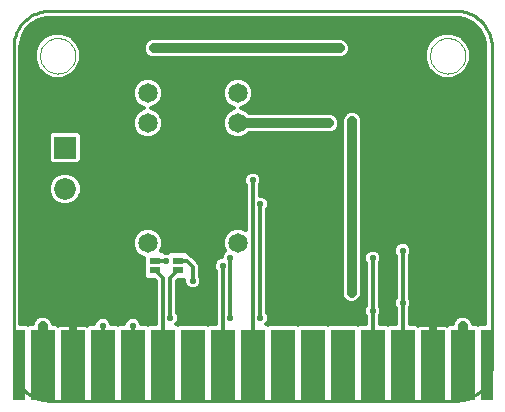
<source format=gbl>
G75*
G70*
%OFA0B0*%
%FSLAX24Y24*%
%IPPOS*%
%LPD*%
%AMOC8*
5,1,8,0,0,1.08239X$1,22.5*
%
%ADD10R,0.0728X0.0728*%
%ADD11C,0.0728*%
%ADD12C,0.0650*%
%ADD13C,0.0100*%
%ADD14R,0.0787X0.2362*%
%ADD15R,0.0394X0.2362*%
%ADD16C,0.0000*%
%ADD17R,0.0350X0.0240*%
%ADD18C,0.0120*%
%ADD19C,0.0220*%
%ADD20C,0.0320*%
D10*
X001910Y008599D03*
D11*
X001910Y007221D03*
D12*
X004660Y005410D03*
X007660Y005410D03*
X007660Y009410D03*
X007660Y010410D03*
X004660Y010410D03*
X004660Y009410D03*
D13*
X001388Y000164D02*
X014932Y000164D01*
X014999Y000166D01*
X015066Y000172D01*
X015133Y000181D01*
X015199Y000194D01*
X015264Y000211D01*
X015328Y000231D01*
X015391Y000255D01*
X015453Y000283D01*
X015512Y000314D01*
X015570Y000348D01*
X015626Y000385D01*
X015680Y000426D01*
X015732Y000469D01*
X015781Y000515D01*
X015827Y000564D01*
X015870Y000616D01*
X015911Y000670D01*
X015948Y000726D01*
X015982Y000784D01*
X016013Y000843D01*
X016041Y000905D01*
X016065Y000968D01*
X016085Y001032D01*
X016102Y001097D01*
X016115Y001163D01*
X016124Y001230D01*
X016130Y001297D01*
X016132Y001364D01*
X016132Y011956D01*
X016130Y012023D01*
X016124Y012090D01*
X016115Y012157D01*
X016102Y012223D01*
X016085Y012288D01*
X016065Y012352D01*
X016041Y012415D01*
X016013Y012477D01*
X015982Y012536D01*
X015948Y012594D01*
X015911Y012650D01*
X015870Y012704D01*
X015827Y012756D01*
X015781Y012805D01*
X015732Y012851D01*
X015680Y012894D01*
X015626Y012935D01*
X015570Y012972D01*
X015512Y013006D01*
X015453Y013037D01*
X015391Y013065D01*
X015328Y013089D01*
X015264Y013109D01*
X015199Y013126D01*
X015133Y013139D01*
X015066Y013148D01*
X014999Y013154D01*
X014932Y013156D01*
X001388Y013156D01*
X001321Y013154D01*
X001254Y013148D01*
X001187Y013139D01*
X001121Y013126D01*
X001056Y013109D01*
X000992Y013089D01*
X000929Y013065D01*
X000867Y013037D01*
X000808Y013006D01*
X000750Y012972D01*
X000694Y012935D01*
X000640Y012894D01*
X000588Y012851D01*
X000539Y012805D01*
X000493Y012756D01*
X000450Y012704D01*
X000409Y012650D01*
X000372Y012594D01*
X000338Y012536D01*
X000307Y012477D01*
X000279Y012415D01*
X000255Y012352D01*
X000235Y012288D01*
X000218Y012223D01*
X000205Y012157D01*
X000196Y012090D01*
X000190Y012023D01*
X000188Y011956D01*
X000188Y001364D01*
X000190Y001297D01*
X000196Y001230D01*
X000205Y001163D01*
X000218Y001097D01*
X000235Y001032D01*
X000255Y000968D01*
X000279Y000905D01*
X000307Y000843D01*
X000338Y000784D01*
X000372Y000726D01*
X000409Y000670D01*
X000450Y000616D01*
X000493Y000564D01*
X000539Y000515D01*
X000588Y000469D01*
X000640Y000426D01*
X000694Y000385D01*
X000750Y000348D01*
X000808Y000314D01*
X000867Y000283D01*
X000929Y000255D01*
X000992Y000231D01*
X001056Y000211D01*
X001121Y000194D01*
X001187Y000181D01*
X001254Y000172D01*
X001321Y000166D01*
X001388Y000164D01*
D14*
X001160Y001348D03*
X002160Y001348D03*
X003160Y001348D03*
X004160Y001348D03*
X005160Y001348D03*
X006160Y001348D03*
X007160Y001348D03*
X008160Y001348D03*
X009160Y001348D03*
X010160Y001348D03*
X011160Y001348D03*
X012160Y001348D03*
X013160Y001348D03*
X014160Y001348D03*
X015160Y001348D03*
D15*
X015955Y001348D03*
X000365Y001348D03*
D16*
X001069Y011660D02*
X001071Y011708D01*
X001077Y011756D01*
X001087Y011803D01*
X001100Y011849D01*
X001118Y011894D01*
X001138Y011938D01*
X001163Y011980D01*
X001191Y012019D01*
X001221Y012056D01*
X001255Y012090D01*
X001292Y012122D01*
X001330Y012151D01*
X001371Y012176D01*
X001414Y012198D01*
X001459Y012216D01*
X001505Y012230D01*
X001552Y012241D01*
X001600Y012248D01*
X001648Y012251D01*
X001696Y012250D01*
X001744Y012245D01*
X001792Y012236D01*
X001838Y012224D01*
X001883Y012207D01*
X001927Y012187D01*
X001969Y012164D01*
X002009Y012137D01*
X002047Y012107D01*
X002082Y012074D01*
X002114Y012038D01*
X002144Y012000D01*
X002170Y011959D01*
X002192Y011916D01*
X002212Y011872D01*
X002227Y011827D01*
X002239Y011780D01*
X002247Y011732D01*
X002251Y011684D01*
X002251Y011636D01*
X002247Y011588D01*
X002239Y011540D01*
X002227Y011493D01*
X002212Y011448D01*
X002192Y011404D01*
X002170Y011361D01*
X002144Y011320D01*
X002114Y011282D01*
X002082Y011246D01*
X002047Y011213D01*
X002009Y011183D01*
X001969Y011156D01*
X001927Y011133D01*
X001883Y011113D01*
X001838Y011096D01*
X001792Y011084D01*
X001744Y011075D01*
X001696Y011070D01*
X001648Y011069D01*
X001600Y011072D01*
X001552Y011079D01*
X001505Y011090D01*
X001459Y011104D01*
X001414Y011122D01*
X001371Y011144D01*
X001330Y011169D01*
X001292Y011198D01*
X001255Y011230D01*
X001221Y011264D01*
X001191Y011301D01*
X001163Y011340D01*
X001138Y011382D01*
X001118Y011426D01*
X001100Y011471D01*
X001087Y011517D01*
X001077Y011564D01*
X001071Y011612D01*
X001069Y011660D01*
X014069Y011660D02*
X014071Y011708D01*
X014077Y011756D01*
X014087Y011803D01*
X014100Y011849D01*
X014118Y011894D01*
X014138Y011938D01*
X014163Y011980D01*
X014191Y012019D01*
X014221Y012056D01*
X014255Y012090D01*
X014292Y012122D01*
X014330Y012151D01*
X014371Y012176D01*
X014414Y012198D01*
X014459Y012216D01*
X014505Y012230D01*
X014552Y012241D01*
X014600Y012248D01*
X014648Y012251D01*
X014696Y012250D01*
X014744Y012245D01*
X014792Y012236D01*
X014838Y012224D01*
X014883Y012207D01*
X014927Y012187D01*
X014969Y012164D01*
X015009Y012137D01*
X015047Y012107D01*
X015082Y012074D01*
X015114Y012038D01*
X015144Y012000D01*
X015170Y011959D01*
X015192Y011916D01*
X015212Y011872D01*
X015227Y011827D01*
X015239Y011780D01*
X015247Y011732D01*
X015251Y011684D01*
X015251Y011636D01*
X015247Y011588D01*
X015239Y011540D01*
X015227Y011493D01*
X015212Y011448D01*
X015192Y011404D01*
X015170Y011361D01*
X015144Y011320D01*
X015114Y011282D01*
X015082Y011246D01*
X015047Y011213D01*
X015009Y011183D01*
X014969Y011156D01*
X014927Y011133D01*
X014883Y011113D01*
X014838Y011096D01*
X014792Y011084D01*
X014744Y011075D01*
X014696Y011070D01*
X014648Y011069D01*
X014600Y011072D01*
X014552Y011079D01*
X014505Y011090D01*
X014459Y011104D01*
X014414Y011122D01*
X014371Y011144D01*
X014330Y011169D01*
X014292Y011198D01*
X014255Y011230D01*
X014221Y011264D01*
X014191Y011301D01*
X014163Y011340D01*
X014138Y011382D01*
X014118Y011426D01*
X014100Y011471D01*
X014087Y011517D01*
X014077Y011564D01*
X014071Y011612D01*
X014069Y011660D01*
D17*
X005660Y004810D03*
X005660Y004510D03*
X004910Y004510D03*
X004910Y004810D03*
D18*
X005260Y004810D01*
X005225Y005100D02*
X005185Y005140D01*
X005095Y005140D01*
X005165Y005310D01*
X005165Y005510D01*
X005088Y005696D01*
X004946Y005838D01*
X004760Y005915D01*
X004560Y005915D01*
X004374Y005838D01*
X004232Y005696D01*
X004155Y005510D01*
X004155Y005310D01*
X004232Y005124D01*
X004374Y004982D01*
X004530Y004917D01*
X004530Y004285D01*
X004635Y004180D01*
X004901Y004180D01*
X004920Y004161D01*
X004920Y002709D01*
X004692Y002709D01*
X004660Y002678D01*
X004628Y002709D01*
X004450Y002709D01*
X004450Y002718D01*
X004406Y002824D01*
X004324Y002906D01*
X004218Y002950D01*
X004102Y002950D01*
X003996Y002906D01*
X003914Y002824D01*
X003870Y002718D01*
X003870Y002709D01*
X003692Y002709D01*
X003660Y002678D01*
X003628Y002709D01*
X003450Y002709D01*
X003450Y002718D01*
X003406Y002824D01*
X003324Y002906D01*
X003218Y002950D01*
X003102Y002950D01*
X002996Y002906D01*
X002914Y002824D01*
X002870Y002718D01*
X002870Y002709D01*
X002692Y002709D01*
X002644Y002662D01*
X002615Y002678D01*
X002575Y002689D01*
X002220Y002689D01*
X002220Y001408D01*
X002100Y001408D01*
X002100Y002689D01*
X001745Y002689D01*
X001705Y002678D01*
X001676Y002662D01*
X001628Y002709D01*
X001500Y002709D01*
X001500Y002728D01*
X001448Y002853D01*
X001353Y002948D01*
X001228Y003000D01*
X001092Y003000D01*
X000967Y002948D01*
X000872Y002853D01*
X000820Y002728D01*
X000820Y002709D01*
X000692Y002709D01*
X000664Y002681D01*
X000636Y002709D01*
X000418Y002709D01*
X000418Y011956D01*
X000426Y012083D01*
X000491Y012327D01*
X000618Y012547D01*
X000797Y012726D01*
X001016Y012852D01*
X001261Y012918D01*
X001388Y012926D01*
X014932Y012926D01*
X015059Y012918D01*
X015304Y012852D01*
X015523Y012726D01*
X015702Y012547D01*
X015829Y012327D01*
X015894Y012083D01*
X015902Y011956D01*
X015902Y002709D01*
X015684Y002709D01*
X015656Y002681D01*
X015628Y002709D01*
X015500Y002709D01*
X015500Y002728D01*
X015448Y002853D01*
X015353Y002948D01*
X015228Y003000D01*
X015092Y003000D01*
X014967Y002948D01*
X014872Y002853D01*
X014820Y002728D01*
X014820Y002709D01*
X014692Y002709D01*
X014644Y002662D01*
X014615Y002678D01*
X014575Y002689D01*
X014220Y002689D01*
X014220Y001408D01*
X014100Y001408D01*
X014100Y002689D01*
X013745Y002689D01*
X013705Y002678D01*
X013676Y002662D01*
X013628Y002709D01*
X013400Y002709D01*
X013400Y003240D01*
X013406Y003246D01*
X013450Y003352D01*
X013450Y003468D01*
X013406Y003574D01*
X013400Y003580D01*
X013400Y004990D01*
X013406Y004996D01*
X013450Y005102D01*
X013450Y005218D01*
X013406Y005324D01*
X013324Y005406D01*
X013218Y005450D01*
X013102Y005450D01*
X012996Y005406D01*
X012914Y005324D01*
X012870Y005218D01*
X012870Y005102D01*
X012914Y004996D01*
X012920Y004990D01*
X012920Y003580D01*
X012914Y003574D01*
X012870Y003468D01*
X012870Y003352D01*
X012914Y003246D01*
X012920Y003240D01*
X012920Y002709D01*
X012692Y002709D01*
X012660Y002678D01*
X012628Y002709D01*
X012400Y002709D01*
X012400Y002990D01*
X012406Y002996D01*
X012450Y003102D01*
X012450Y003218D01*
X012406Y003324D01*
X012400Y003330D01*
X012400Y004740D01*
X012406Y004746D01*
X012450Y004852D01*
X012450Y004968D01*
X012406Y005074D01*
X012324Y005156D01*
X012218Y005200D01*
X012102Y005200D01*
X011996Y005156D01*
X011914Y005074D01*
X011870Y004968D01*
X011870Y004852D01*
X011914Y004746D01*
X011920Y004740D01*
X011920Y003330D01*
X011914Y003324D01*
X011870Y003218D01*
X011870Y003102D01*
X011914Y002996D01*
X011920Y002990D01*
X011920Y002709D01*
X011692Y002709D01*
X011660Y002678D01*
X011628Y002709D01*
X010692Y002709D01*
X010660Y002678D01*
X010628Y002709D01*
X009692Y002709D01*
X009660Y002678D01*
X009628Y002709D01*
X008692Y002709D01*
X008660Y002678D01*
X008628Y002709D01*
X008619Y002709D01*
X008656Y002746D01*
X008700Y002852D01*
X008700Y002968D01*
X008656Y003074D01*
X008650Y003080D01*
X008650Y006540D01*
X008656Y006546D01*
X008700Y006652D01*
X008700Y006768D01*
X008656Y006874D01*
X008574Y006956D01*
X008468Y007000D01*
X008400Y007000D01*
X008400Y007340D01*
X008406Y007346D01*
X008450Y007452D01*
X008450Y007568D01*
X008406Y007674D01*
X008324Y007756D01*
X008218Y007800D01*
X008102Y007800D01*
X007996Y007756D01*
X007914Y007674D01*
X007870Y007568D01*
X007870Y007452D01*
X007914Y007346D01*
X007920Y007340D01*
X007920Y005849D01*
X007760Y005915D01*
X007560Y005915D01*
X007374Y005838D01*
X007232Y005696D01*
X007155Y005510D01*
X007155Y005310D01*
X007227Y005137D01*
X007164Y005074D01*
X007120Y004968D01*
X007120Y004950D01*
X007102Y004950D01*
X006996Y004906D01*
X006914Y004824D01*
X006870Y004718D01*
X006870Y004602D01*
X006914Y004496D01*
X006920Y004490D01*
X006920Y002709D01*
X006692Y002709D01*
X006660Y002678D01*
X006628Y002709D01*
X005692Y002709D01*
X005660Y002678D01*
X005628Y002709D01*
X005619Y002709D01*
X005656Y002746D01*
X005700Y002852D01*
X005700Y002968D01*
X005656Y003074D01*
X005650Y003080D01*
X005650Y004161D01*
X005669Y004180D01*
X005870Y004180D01*
X005870Y004102D01*
X005914Y003996D01*
X005996Y003914D01*
X006102Y003870D01*
X006218Y003870D01*
X006324Y003914D01*
X006406Y003996D01*
X006450Y004102D01*
X006450Y004218D01*
X006406Y004324D01*
X006400Y004330D01*
X006400Y004658D01*
X006363Y004746D01*
X006163Y004946D01*
X006096Y005013D01*
X006036Y005038D01*
X005935Y005140D01*
X005385Y005140D01*
X005337Y005092D01*
X005318Y005100D01*
X005225Y005100D01*
X005205Y005119D02*
X005365Y005119D01*
X005135Y005238D02*
X007185Y005238D01*
X007209Y005119D02*
X005955Y005119D01*
X006108Y005001D02*
X007134Y005001D01*
X006972Y004882D02*
X006227Y004882D01*
X006345Y004764D02*
X006889Y004764D01*
X006870Y004645D02*
X006400Y004645D01*
X006400Y004527D02*
X006901Y004527D01*
X006920Y004408D02*
X006400Y004408D01*
X006420Y004290D02*
X006920Y004290D01*
X006920Y004171D02*
X006450Y004171D01*
X006430Y004053D02*
X006920Y004053D01*
X006920Y003934D02*
X006345Y003934D01*
X006160Y004160D02*
X006160Y004610D01*
X005960Y004810D01*
X005660Y004810D01*
X005660Y004510D02*
X005410Y004260D01*
X005410Y002910D01*
X005692Y002986D02*
X006920Y002986D01*
X006920Y002868D02*
X005700Y002868D01*
X005657Y002749D02*
X006920Y002749D01*
X006920Y003105D02*
X005650Y003105D01*
X005650Y003223D02*
X006920Y003223D01*
X006920Y003342D02*
X005650Y003342D01*
X005650Y003460D02*
X006920Y003460D01*
X006920Y003579D02*
X005650Y003579D01*
X005650Y003697D02*
X006920Y003697D01*
X006920Y003816D02*
X005650Y003816D01*
X005650Y003934D02*
X005975Y003934D01*
X005890Y004053D02*
X005650Y004053D01*
X005661Y004171D02*
X005870Y004171D01*
X005160Y004260D02*
X004910Y004510D01*
X005160Y004260D02*
X005160Y001348D01*
X004160Y001348D02*
X004160Y002660D01*
X004362Y002868D02*
X004920Y002868D01*
X004920Y002986D02*
X001260Y002986D01*
X001060Y002986D02*
X000418Y002986D01*
X000418Y002868D02*
X000887Y002868D01*
X000829Y002749D02*
X000418Y002749D01*
X000418Y003105D02*
X004920Y003105D01*
X004920Y003223D02*
X000418Y003223D01*
X000418Y003342D02*
X004920Y003342D01*
X004920Y003460D02*
X000418Y003460D01*
X000418Y003579D02*
X004920Y003579D01*
X004920Y003697D02*
X000418Y003697D01*
X000418Y003816D02*
X004920Y003816D01*
X004920Y003934D02*
X000418Y003934D01*
X000418Y004053D02*
X004920Y004053D01*
X004909Y004171D02*
X000418Y004171D01*
X000418Y004290D02*
X004530Y004290D01*
X004530Y004408D02*
X000418Y004408D01*
X000418Y004527D02*
X004530Y004527D01*
X004530Y004645D02*
X000418Y004645D01*
X000418Y004764D02*
X004530Y004764D01*
X004530Y004882D02*
X000418Y004882D01*
X000418Y005001D02*
X004355Y005001D01*
X004236Y005119D02*
X000418Y005119D01*
X000418Y005238D02*
X004185Y005238D01*
X004155Y005356D02*
X000418Y005356D01*
X000418Y005475D02*
X004155Y005475D01*
X004189Y005593D02*
X000418Y005593D01*
X000418Y005712D02*
X004248Y005712D01*
X004366Y005830D02*
X000418Y005830D01*
X000418Y005949D02*
X007920Y005949D01*
X007920Y006067D02*
X000418Y006067D01*
X000418Y006186D02*
X007920Y006186D01*
X007920Y006304D02*
X000418Y006304D01*
X000418Y006423D02*
X007920Y006423D01*
X007920Y006541D02*
X000418Y006541D01*
X000418Y006660D02*
X007920Y006660D01*
X007920Y006779D02*
X002237Y006779D01*
X002218Y006760D02*
X002371Y006913D01*
X002454Y007113D01*
X002454Y007329D01*
X002371Y007529D01*
X002218Y007682D01*
X002018Y007765D01*
X001802Y007765D01*
X001602Y007682D01*
X001449Y007529D01*
X001366Y007329D01*
X001366Y007113D01*
X001449Y006913D01*
X001602Y006760D01*
X001802Y006677D01*
X002018Y006677D01*
X002218Y006760D01*
X002356Y006897D02*
X007920Y006897D01*
X007920Y007016D02*
X002414Y007016D01*
X002454Y007134D02*
X007920Y007134D01*
X007920Y007253D02*
X002454Y007253D01*
X002437Y007371D02*
X007904Y007371D01*
X007870Y007490D02*
X002388Y007490D01*
X002293Y007608D02*
X007887Y007608D01*
X007966Y007727D02*
X002112Y007727D01*
X001708Y007727D02*
X000418Y007727D01*
X000418Y007845D02*
X011139Y007845D01*
X011139Y007727D02*
X008354Y007727D01*
X008433Y007608D02*
X011139Y007608D01*
X011139Y007490D02*
X008450Y007490D01*
X008416Y007371D02*
X011139Y007371D01*
X011139Y007253D02*
X008400Y007253D01*
X008400Y007134D02*
X011139Y007134D01*
X011139Y007016D02*
X008400Y007016D01*
X008633Y006897D02*
X011139Y006897D01*
X011139Y006779D02*
X008696Y006779D01*
X008700Y006660D02*
X011139Y006660D01*
X011139Y006541D02*
X008652Y006541D01*
X008650Y006423D02*
X011139Y006423D01*
X011139Y006304D02*
X008650Y006304D01*
X008650Y006186D02*
X011139Y006186D01*
X011139Y006067D02*
X008650Y006067D01*
X008650Y005949D02*
X011139Y005949D01*
X011139Y005830D02*
X008650Y005830D01*
X008650Y005712D02*
X011139Y005712D01*
X011139Y005593D02*
X008650Y005593D01*
X008650Y005475D02*
X011139Y005475D01*
X011139Y005356D02*
X008650Y005356D01*
X008650Y005238D02*
X011139Y005238D01*
X011139Y005119D02*
X008650Y005119D01*
X008650Y005001D02*
X011139Y005001D01*
X011139Y004882D02*
X008650Y004882D01*
X008650Y004764D02*
X011139Y004764D01*
X011139Y004645D02*
X008650Y004645D01*
X008650Y004527D02*
X011139Y004527D01*
X011139Y004408D02*
X008650Y004408D01*
X008650Y004290D02*
X011139Y004290D01*
X011139Y004171D02*
X008650Y004171D01*
X008650Y004053D02*
X011139Y004053D01*
X011139Y003934D02*
X008650Y003934D01*
X008650Y003816D02*
X011120Y003816D01*
X011120Y003828D02*
X011120Y003692D01*
X011172Y003567D01*
X011267Y003472D01*
X011392Y003420D01*
X011528Y003420D01*
X011653Y003472D01*
X011767Y003586D01*
X011819Y003711D01*
X011819Y003847D01*
X011819Y009538D01*
X011767Y009663D01*
X011671Y009758D01*
X011547Y009810D01*
X011411Y009810D01*
X011286Y009758D01*
X011191Y009663D01*
X011139Y009538D01*
X011139Y003873D01*
X011120Y003828D01*
X011120Y003697D02*
X008650Y003697D01*
X008650Y003579D02*
X011167Y003579D01*
X011295Y003460D02*
X008650Y003460D01*
X008650Y003342D02*
X011920Y003342D01*
X011920Y003460D02*
X011625Y003460D01*
X011760Y003579D02*
X011920Y003579D01*
X011920Y003697D02*
X011813Y003697D01*
X011819Y003816D02*
X011920Y003816D01*
X011920Y003934D02*
X011819Y003934D01*
X011819Y004053D02*
X011920Y004053D01*
X011920Y004171D02*
X011819Y004171D01*
X011819Y004290D02*
X011920Y004290D01*
X011920Y004408D02*
X011819Y004408D01*
X011819Y004527D02*
X011920Y004527D01*
X011920Y004645D02*
X011819Y004645D01*
X011819Y004764D02*
X011907Y004764D01*
X011870Y004882D02*
X011819Y004882D01*
X011819Y005001D02*
X011884Y005001D01*
X011819Y005119D02*
X011959Y005119D01*
X011819Y005238D02*
X012878Y005238D01*
X012870Y005119D02*
X012361Y005119D01*
X012436Y005001D02*
X012912Y005001D01*
X012920Y004882D02*
X012450Y004882D01*
X012413Y004764D02*
X012920Y004764D01*
X012920Y004645D02*
X012400Y004645D01*
X012400Y004527D02*
X012920Y004527D01*
X012920Y004408D02*
X012400Y004408D01*
X012400Y004290D02*
X012920Y004290D01*
X012920Y004171D02*
X012400Y004171D01*
X012400Y004053D02*
X012920Y004053D01*
X012920Y003934D02*
X012400Y003934D01*
X012400Y003816D02*
X012920Y003816D01*
X012920Y003697D02*
X012400Y003697D01*
X012400Y003579D02*
X012919Y003579D01*
X012870Y003460D02*
X012400Y003460D01*
X012400Y003342D02*
X012874Y003342D01*
X012920Y003223D02*
X012448Y003223D01*
X012450Y003105D02*
X012920Y003105D01*
X012920Y002986D02*
X012400Y002986D01*
X012400Y002868D02*
X012920Y002868D01*
X012920Y002749D02*
X012400Y002749D01*
X011920Y002749D02*
X008657Y002749D01*
X008700Y002868D02*
X011920Y002868D01*
X011920Y002986D02*
X008692Y002986D01*
X008650Y003105D02*
X011870Y003105D01*
X011872Y003223D02*
X008650Y003223D01*
X008410Y002910D02*
X008410Y006710D01*
X008160Y007510D02*
X008160Y001348D01*
X007160Y001348D02*
X007160Y004660D01*
X007410Y004910D02*
X007410Y002910D01*
X004920Y002749D02*
X004437Y002749D01*
X003958Y002868D02*
X003362Y002868D01*
X003437Y002749D02*
X003883Y002749D01*
X003160Y002660D02*
X003160Y001348D01*
X002220Y001446D02*
X002100Y001446D01*
X002100Y001564D02*
X002220Y001564D01*
X002220Y001683D02*
X002100Y001683D01*
X002100Y001801D02*
X002220Y001801D01*
X002220Y001920D02*
X002100Y001920D01*
X002100Y002038D02*
X002220Y002038D01*
X002220Y002157D02*
X002100Y002157D01*
X002100Y002275D02*
X002220Y002275D01*
X002220Y002394D02*
X002100Y002394D01*
X002100Y002512D02*
X002220Y002512D01*
X002220Y002631D02*
X002100Y002631D01*
X001491Y002749D02*
X002883Y002749D01*
X002958Y002868D02*
X001433Y002868D01*
X004954Y005830D02*
X007366Y005830D01*
X007248Y005712D02*
X005072Y005712D01*
X005131Y005593D02*
X007189Y005593D01*
X007155Y005475D02*
X005165Y005475D01*
X005165Y005356D02*
X007155Y005356D01*
X007560Y008905D02*
X007760Y008905D01*
X007946Y008982D01*
X008034Y009070D01*
X010778Y009070D01*
X010903Y009122D01*
X010998Y009217D01*
X011050Y009342D01*
X011050Y009478D01*
X010998Y009603D01*
X010903Y009698D01*
X010778Y009750D01*
X008034Y009750D01*
X007946Y009838D01*
X007773Y009910D01*
X007946Y009982D01*
X008088Y010124D01*
X008165Y010310D01*
X008165Y010510D01*
X008088Y010696D01*
X007946Y010838D01*
X007760Y010915D01*
X007560Y010915D01*
X007374Y010838D01*
X007232Y010696D01*
X007155Y010510D01*
X007155Y010310D01*
X007232Y010124D01*
X007374Y009982D01*
X007547Y009910D01*
X007374Y009838D01*
X007232Y009696D01*
X007155Y009510D01*
X007155Y009310D01*
X007232Y009124D01*
X007374Y008982D01*
X007560Y008905D01*
X007544Y008912D02*
X004776Y008912D01*
X004760Y008905D02*
X004946Y008982D01*
X005088Y009124D01*
X005165Y009310D01*
X005165Y009510D01*
X005088Y009696D01*
X004946Y009838D01*
X004773Y009910D01*
X004946Y009982D01*
X005088Y010124D01*
X005165Y010310D01*
X005165Y010510D01*
X005088Y010696D01*
X004946Y010838D01*
X004760Y010915D01*
X004560Y010915D01*
X004374Y010838D01*
X004232Y010696D01*
X004155Y010510D01*
X004155Y010310D01*
X004232Y010124D01*
X004374Y009982D01*
X004547Y009910D01*
X004374Y009838D01*
X004232Y009696D01*
X004155Y009510D01*
X004155Y009310D01*
X004232Y009124D01*
X004374Y008982D01*
X004560Y008905D01*
X004760Y008905D01*
X004994Y009030D02*
X007326Y009030D01*
X007222Y009149D02*
X005098Y009149D01*
X005147Y009267D02*
X007173Y009267D01*
X007155Y009386D02*
X005165Y009386D01*
X005165Y009504D02*
X007155Y009504D01*
X007201Y009623D02*
X005119Y009623D01*
X005043Y009741D02*
X007277Y009741D01*
X007426Y009860D02*
X004894Y009860D01*
X004937Y009978D02*
X007383Y009978D01*
X007259Y010097D02*
X005061Y010097D01*
X005126Y010215D02*
X007194Y010215D01*
X007155Y010334D02*
X005165Y010334D01*
X005165Y010452D02*
X007155Y010452D01*
X007180Y010571D02*
X005140Y010571D01*
X005091Y010689D02*
X007229Y010689D01*
X007343Y010808D02*
X004977Y010808D01*
X004343Y010808D02*
X000418Y010808D01*
X000418Y010926D02*
X001418Y010926D01*
X001507Y010889D02*
X001813Y010889D01*
X002096Y011007D01*
X002313Y011224D01*
X002431Y011507D01*
X002431Y011813D01*
X002313Y012096D01*
X002096Y012313D01*
X001813Y012431D01*
X001507Y012431D01*
X001224Y012313D01*
X001007Y012096D01*
X000889Y011813D01*
X000889Y011507D01*
X001007Y011224D01*
X001224Y011007D01*
X001507Y010889D01*
X001186Y011045D02*
X000418Y011045D01*
X000418Y011163D02*
X001067Y011163D01*
X000983Y011282D02*
X000418Y011282D01*
X000418Y011400D02*
X000934Y011400D01*
X000889Y011519D02*
X000418Y011519D01*
X000418Y011637D02*
X000889Y011637D01*
X000889Y011756D02*
X000418Y011756D01*
X000418Y011874D02*
X000915Y011874D01*
X000964Y011993D02*
X000420Y011993D01*
X000433Y012111D02*
X001021Y012111D01*
X001140Y012230D02*
X000465Y012230D01*
X000503Y012348D02*
X001307Y012348D01*
X000964Y012822D02*
X015356Y012822D01*
X015545Y012704D02*
X000775Y012704D01*
X000656Y012585D02*
X015664Y012585D01*
X015748Y012467D02*
X000572Y012467D01*
X002013Y012348D02*
X014307Y012348D01*
X014224Y012313D02*
X014007Y012096D01*
X013889Y011813D01*
X013889Y011507D01*
X014007Y011224D01*
X014224Y011007D01*
X014507Y010889D01*
X014813Y010889D01*
X015096Y011007D01*
X015313Y011224D01*
X015431Y011507D01*
X015431Y011813D01*
X015313Y012096D01*
X015096Y012313D01*
X014813Y012431D01*
X014507Y012431D01*
X014224Y012313D01*
X014140Y012230D02*
X011177Y012230D01*
X011128Y012250D02*
X004792Y012250D01*
X004667Y012198D01*
X004572Y012103D01*
X004520Y011978D01*
X004520Y011842D01*
X004572Y011717D01*
X004667Y011622D01*
X004792Y011570D01*
X011128Y011570D01*
X011253Y011622D01*
X011348Y011717D01*
X011400Y011842D01*
X011400Y011978D01*
X011348Y012103D01*
X011253Y012198D01*
X011128Y012250D01*
X011340Y012111D02*
X014021Y012111D01*
X013964Y011993D02*
X011394Y011993D01*
X011400Y011874D02*
X013915Y011874D01*
X013889Y011756D02*
X011364Y011756D01*
X011268Y011637D02*
X013889Y011637D01*
X013889Y011519D02*
X002431Y011519D01*
X002431Y011637D02*
X004652Y011637D01*
X004556Y011756D02*
X002431Y011756D01*
X002405Y011874D02*
X004520Y011874D01*
X004526Y011993D02*
X002356Y011993D01*
X002299Y012111D02*
X004580Y012111D01*
X004743Y012230D02*
X002180Y012230D01*
X002386Y011400D02*
X013934Y011400D01*
X013983Y011282D02*
X002337Y011282D01*
X002253Y011163D02*
X014067Y011163D01*
X014186Y011045D02*
X002134Y011045D01*
X001902Y010926D02*
X014418Y010926D01*
X014902Y010926D02*
X015902Y010926D01*
X015902Y010808D02*
X007977Y010808D01*
X008091Y010689D02*
X015902Y010689D01*
X015902Y010571D02*
X008140Y010571D01*
X008165Y010452D02*
X015902Y010452D01*
X015902Y010334D02*
X008165Y010334D01*
X008126Y010215D02*
X015902Y010215D01*
X015902Y010097D02*
X008061Y010097D01*
X007937Y009978D02*
X015902Y009978D01*
X015902Y009860D02*
X007894Y009860D01*
X007994Y009030D02*
X011139Y009030D01*
X011139Y008912D02*
X007776Y008912D01*
X010799Y009741D02*
X011269Y009741D01*
X011174Y009623D02*
X010978Y009623D01*
X011039Y009504D02*
X011139Y009504D01*
X011139Y009386D02*
X011050Y009386D01*
X011019Y009267D02*
X011139Y009267D01*
X011139Y009149D02*
X010929Y009149D01*
X011139Y008793D02*
X002454Y008793D01*
X002454Y008675D02*
X011139Y008675D01*
X011139Y008556D02*
X002454Y008556D01*
X002454Y008438D02*
X011139Y008438D01*
X011139Y008319D02*
X002454Y008319D01*
X002454Y008201D02*
X011139Y008201D01*
X011139Y008082D02*
X002376Y008082D01*
X002349Y008055D02*
X002454Y008160D01*
X002454Y009038D01*
X002349Y009143D01*
X001471Y009143D01*
X001366Y009038D01*
X001366Y008160D01*
X001471Y008055D01*
X002349Y008055D01*
X001527Y007608D02*
X000418Y007608D01*
X000418Y007490D02*
X001432Y007490D01*
X001383Y007371D02*
X000418Y007371D01*
X000418Y007253D02*
X001366Y007253D01*
X001366Y007134D02*
X000418Y007134D01*
X000418Y007016D02*
X001406Y007016D01*
X001464Y006897D02*
X000418Y006897D01*
X000418Y006779D02*
X001583Y006779D01*
X000418Y007964D02*
X011139Y007964D01*
X011819Y007964D02*
X015902Y007964D01*
X015902Y008082D02*
X011819Y008082D01*
X011819Y008201D02*
X015902Y008201D01*
X015902Y008319D02*
X011819Y008319D01*
X011819Y008438D02*
X015902Y008438D01*
X015902Y008556D02*
X011819Y008556D01*
X011819Y008675D02*
X015902Y008675D01*
X015902Y008793D02*
X011819Y008793D01*
X011819Y008912D02*
X015902Y008912D01*
X015902Y009030D02*
X011819Y009030D01*
X011819Y009149D02*
X015902Y009149D01*
X015902Y009267D02*
X011819Y009267D01*
X011819Y009386D02*
X015902Y009386D01*
X015902Y009504D02*
X011819Y009504D01*
X011784Y009623D02*
X015902Y009623D01*
X015902Y009741D02*
X011689Y009741D01*
X011819Y007845D02*
X015902Y007845D01*
X015902Y007727D02*
X011819Y007727D01*
X011819Y007608D02*
X015902Y007608D01*
X015902Y007490D02*
X011819Y007490D01*
X011819Y007371D02*
X015902Y007371D01*
X015902Y007253D02*
X011819Y007253D01*
X011819Y007134D02*
X015902Y007134D01*
X015902Y007016D02*
X011819Y007016D01*
X011819Y006897D02*
X015902Y006897D01*
X015902Y006779D02*
X011819Y006779D01*
X011819Y006660D02*
X015902Y006660D01*
X015902Y006541D02*
X011819Y006541D01*
X011819Y006423D02*
X015902Y006423D01*
X015902Y006304D02*
X011819Y006304D01*
X011819Y006186D02*
X015902Y006186D01*
X015902Y006067D02*
X011819Y006067D01*
X011819Y005949D02*
X015902Y005949D01*
X015902Y005830D02*
X011819Y005830D01*
X011819Y005712D02*
X015902Y005712D01*
X015902Y005593D02*
X011819Y005593D01*
X011819Y005475D02*
X015902Y005475D01*
X015902Y005356D02*
X013374Y005356D01*
X013442Y005238D02*
X015902Y005238D01*
X015902Y005119D02*
X013450Y005119D01*
X013408Y005001D02*
X015902Y005001D01*
X015902Y004882D02*
X013400Y004882D01*
X013400Y004764D02*
X015902Y004764D01*
X015902Y004645D02*
X013400Y004645D01*
X013400Y004527D02*
X015902Y004527D01*
X015902Y004408D02*
X013400Y004408D01*
X013400Y004290D02*
X015902Y004290D01*
X015902Y004171D02*
X013400Y004171D01*
X013400Y004053D02*
X015902Y004053D01*
X015902Y003934D02*
X013400Y003934D01*
X013400Y003816D02*
X015902Y003816D01*
X015902Y003697D02*
X013400Y003697D01*
X013401Y003579D02*
X015902Y003579D01*
X015902Y003460D02*
X013450Y003460D01*
X013446Y003342D02*
X015902Y003342D01*
X015902Y003223D02*
X013400Y003223D01*
X013400Y003105D02*
X015902Y003105D01*
X015902Y002986D02*
X015260Y002986D01*
X015060Y002986D02*
X013400Y002986D01*
X013400Y002868D02*
X014887Y002868D01*
X014829Y002749D02*
X013400Y002749D01*
X014100Y002631D02*
X014220Y002631D01*
X014220Y002512D02*
X014100Y002512D01*
X014100Y002394D02*
X014220Y002394D01*
X014220Y002275D02*
X014100Y002275D01*
X014100Y002157D02*
X014220Y002157D01*
X014220Y002038D02*
X014100Y002038D01*
X014100Y001920D02*
X014220Y001920D01*
X014220Y001801D02*
X014100Y001801D01*
X014100Y001683D02*
X014220Y001683D01*
X014220Y001564D02*
X014100Y001564D01*
X014100Y001446D02*
X014220Y001446D01*
X013160Y001348D02*
X013160Y003410D01*
X013160Y003960D01*
X013160Y005160D01*
X012946Y005356D02*
X011819Y005356D01*
X012160Y004910D02*
X012160Y003160D01*
X012160Y001348D01*
X015433Y002868D02*
X015902Y002868D01*
X015902Y002749D02*
X015491Y002749D01*
X015134Y011045D02*
X015902Y011045D01*
X015902Y011163D02*
X015253Y011163D01*
X015337Y011282D02*
X015902Y011282D01*
X015902Y011400D02*
X015386Y011400D01*
X015431Y011519D02*
X015902Y011519D01*
X015902Y011637D02*
X015431Y011637D01*
X015431Y011756D02*
X015902Y011756D01*
X015902Y011874D02*
X015405Y011874D01*
X015356Y011993D02*
X015900Y011993D01*
X015887Y012111D02*
X015299Y012111D01*
X015180Y012230D02*
X015855Y012230D01*
X015817Y012348D02*
X015013Y012348D01*
X004426Y009860D02*
X000418Y009860D01*
X000418Y009978D02*
X004383Y009978D01*
X004259Y010097D02*
X000418Y010097D01*
X000418Y010215D02*
X004194Y010215D01*
X004155Y010334D02*
X000418Y010334D01*
X000418Y010452D02*
X004155Y010452D01*
X004180Y010571D02*
X000418Y010571D01*
X000418Y010689D02*
X004229Y010689D01*
X004277Y009741D02*
X000418Y009741D01*
X000418Y009623D02*
X004201Y009623D01*
X004155Y009504D02*
X000418Y009504D01*
X000418Y009386D02*
X004155Y009386D01*
X004173Y009267D02*
X000418Y009267D01*
X000418Y009149D02*
X004222Y009149D01*
X004326Y009030D02*
X002454Y009030D01*
X002454Y008912D02*
X004544Y008912D01*
X001366Y008912D02*
X000418Y008912D01*
X000418Y009030D02*
X001366Y009030D01*
X001366Y008793D02*
X000418Y008793D01*
X000418Y008675D02*
X001366Y008675D01*
X001366Y008556D02*
X000418Y008556D01*
X000418Y008438D02*
X001366Y008438D01*
X001366Y008319D02*
X000418Y008319D01*
X000418Y008201D02*
X001366Y008201D01*
X001444Y008082D02*
X000418Y008082D01*
D19*
X001110Y009910D03*
X003660Y009410D03*
X003660Y011460D03*
X004860Y011910D03*
X006160Y012660D03*
X008560Y012660D03*
X009410Y011160D03*
X009160Y010160D03*
X010710Y009410D03*
X011479Y009470D03*
X012160Y009060D03*
X013160Y008910D03*
X013410Y007410D03*
X014660Y007410D03*
X015660Y009160D03*
X013410Y010660D03*
X012910Y010660D03*
X011910Y012410D03*
X011060Y011910D03*
X010910Y011410D03*
X008160Y007510D03*
X008410Y006710D03*
X009160Y005660D03*
X010660Y006910D03*
X011060Y005310D03*
X012160Y004910D03*
X012660Y005310D03*
X013160Y005160D03*
X014210Y005160D03*
X015660Y004160D03*
X015660Y002910D03*
X015160Y002660D03*
X014410Y002910D03*
X013660Y002910D03*
X013160Y003410D03*
X012160Y003160D03*
X011460Y003760D03*
X008410Y002910D03*
X007410Y002910D03*
X006160Y004160D03*
X005260Y004810D03*
X007160Y004660D03*
X007410Y004910D03*
X005410Y002910D03*
X004160Y002660D03*
X003160Y002660D03*
X002660Y003160D03*
X001910Y003160D03*
X001160Y002660D03*
X000660Y002910D03*
X002410Y004410D03*
X000910Y005960D03*
X003760Y007110D03*
X004910Y006660D03*
D20*
X007660Y009410D02*
X010710Y009410D01*
X011479Y009470D02*
X011479Y003779D01*
X011460Y003760D01*
X015160Y002660D02*
X015160Y001348D01*
X011060Y011910D02*
X004860Y011910D01*
X001160Y002660D02*
X001160Y001348D01*
M02*

</source>
